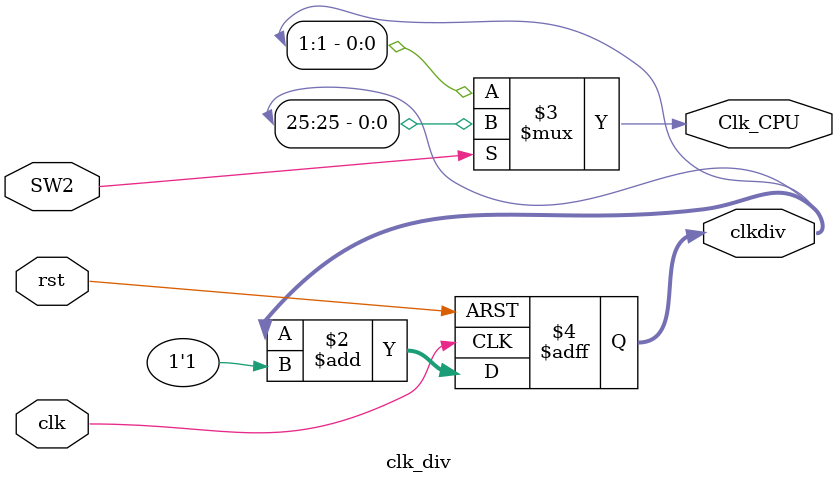
<source format=v>
`timescale 1ns / 1ps
module clk_div( input clk,
                input rst,
                input SW2,              //CPUÊ±ÖÓÇÐ»»
                output reg[31:0]clkdiv, //32Î»¼ÆÊý·ÖÆµÊä³ö
                output Clk_CPU          //CPUÊ±ÖÓÊä³ö
					);
					
// Clock divider-Ê±ÖÓ·ÖÆµÆ÷
	always @ (posedge clk or posedge rst) begin 
		if (rst) clkdiv <= 0; else clkdiv <= clkdiv + 1'b1; end
		
	assign Clk_CPU=(SW2)? clkdiv[25] : clkdiv[1];
		
endmodule

</source>
